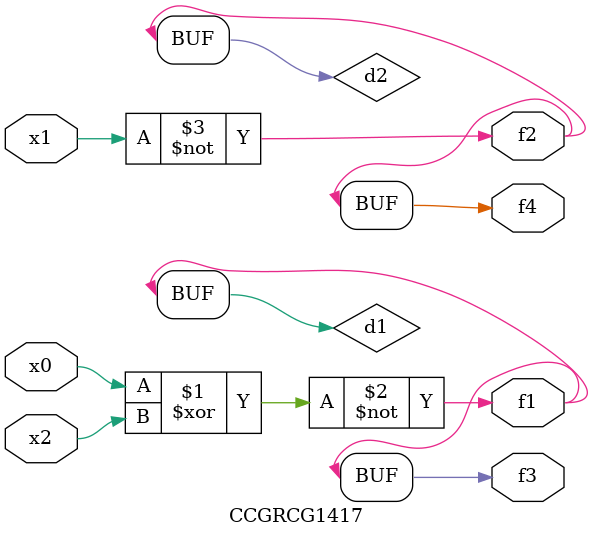
<source format=v>
module CCGRCG1417(
	input x0, x1, x2,
	output f1, f2, f3, f4
);

	wire d1, d2, d3;

	xnor (d1, x0, x2);
	nand (d2, x1);
	nor (d3, x1, x2);
	assign f1 = d1;
	assign f2 = d2;
	assign f3 = d1;
	assign f4 = d2;
endmodule

</source>
